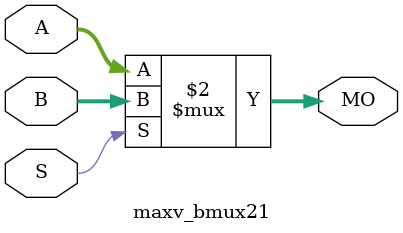
<source format=v>
module maxv_bmux21 (MO, A, B, S);
   input [15:0] A, B;
   input 	S;
   output [15:0] MO; 
   assign MO = (S == 1) ? B : A; 
endmodule
</source>
